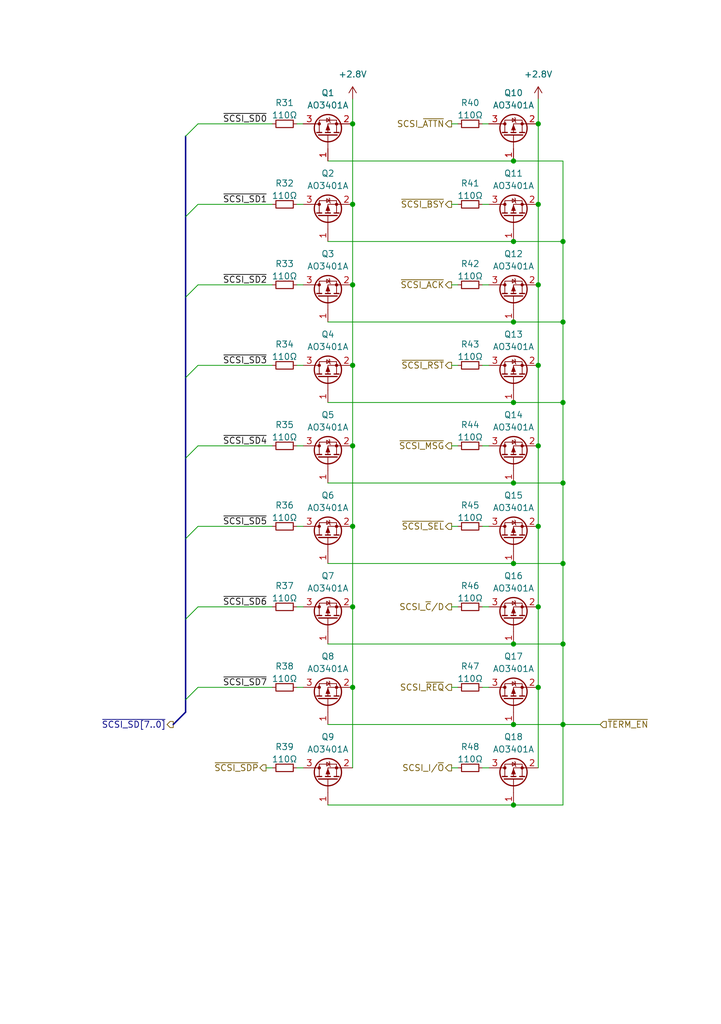
<source format=kicad_sch>
(kicad_sch (version 20250114) (generator "eeschema") (generator_version "9.0")
  (paper "A5" portrait)
  (title_block (title "GBSCSI2 Common Platform - Termination, Narrow") (date "2026-02-01") (rev "2.0") (comment 1 "Drawn by George R. M."))
  (lib_symbols
    (symbol "Device:R_Small" (pin_numbers (hide yes)) (pin_names (offset 0.254) (hide yes))
      (property "Reference" "R" (at 0 0 90))
      (property "Value" "R_Small" (at 1.778 0 90))
      (symbol "R_Small_0_1"
        (rectangle (start -0.762 1.778) (end 0.762 -1.778) (stroke (width 0.2032)))
      )
      (symbol "R_Small_1_1"
        (pin passive line (at 0 2.54 270) (length 0.762) (name "~") (number "1"))
        (pin passive line (at 0 -2.54 90) (length 0.762) (name "~") (number "2"))
      )
    )
    (symbol "Transistor_FET:AO3401A" (pin_names (hide yes))
      (property "Reference" "Q" (at 5.08 1.905 0))
      (property "Value" "AO3401A" (at 5.08 0 0))
      (symbol "AO3401A_0_1"
        (polyline (pts (xy 0.254 1.905) (xy 0.254 -1.905)) (stroke (width 0.254)))
        (polyline (pts (xy 0.254 0) (xy -2.54 0)))
        (polyline (pts (xy 0.762 2.286) (xy 0.762 1.27)) (stroke (width 0.254)))
        (polyline (pts (xy 0.762 1.778) (xy 3.302 1.778) (xy 3.302 -1.778) (xy 0.762 -1.778)))
        (polyline (pts (xy 0.762 0.508) (xy 0.762 -0.508)) (stroke (width 0.254)))
        (polyline (pts (xy 0.762 -1.27) (xy 0.762 -2.286)) (stroke (width 0.254)))
        (circle (center 1.651 0) (radius 2.794) (stroke (width 0.254)))
        (polyline (pts (xy 2.286 0) (xy 1.27 0.381) (xy 1.27 -0.381) (xy 2.286 0)) (fill (type outline)))
        (polyline (pts (xy 2.54 2.54) (xy 2.54 1.778)))
        (circle (center 2.54 1.778) (radius 0.254) (fill (type outline)))
        (circle (center 2.54 -1.778) (radius 0.254) (fill (type outline)))
        (polyline (pts (xy 2.54 -2.54) (xy 2.54 0) (xy 0.762 0)))
        (polyline (pts (xy 2.794 -0.508) (xy 2.921 -0.381) (xy 3.683 -0.381) (xy 3.81 -0.254)))
        (polyline (pts (xy 3.302 -0.381) (xy 2.921 0.254) (xy 3.683 0.254) (xy 3.302 -0.381)))
      )
      (symbol "AO3401A_1_1"
        (pin input line (at -5.08 0 0) (length 2.54) (name "G") (number "1"))
        (pin passive line (at 2.54 5.08 270) (length 2.54) (name "D") (number "3"))
        (pin passive line (at 2.54 -5.08 90) (length 2.54) (name "S") (number "2"))
      )
    )
    (symbol "power:+2V8" (power) (pin_names (offset 0))
      (property "Value" "+2V8" (at 0 3.556 0))
      (symbol "+2V8_0_1"
        (polyline (pts (xy -0.762 1.27) (xy 0 2.54)))
        (polyline (pts (xy 0 2.54) (xy 0.762 1.27)))
        (polyline (pts (xy 0 0) (xy 0 2.54)))
      )
      (symbol "+2V8_1_1"
        (pin power_in line (at 0 0 90) (length 0) (hide yes) (name "+2V8") (number "1"))
      )
    )
  )
  (junction (at 105.41 165.1))
  (junction (at 72.39 107.95))
  (junction (at 105.41 66.04))
  (junction (at 72.39 74.93))
  (junction (at 115.57 82.55))
  (junction (at 72.39 25.4))
  (junction (at 105.41 148.59))
  (junction (at 105.41 115.57))
  (junction (at 110.49 25.4))
  (junction (at 115.57 99.06))
  (junction (at 110.49 74.93))
  (junction (at 110.49 41.91))
  (junction (at 110.49 91.44))
  (junction (at 115.57 148.59))
  (junction (at 105.41 99.06))
  (junction (at 72.39 124.46))
  (junction (at 105.41 132.08))
  (junction (at 72.39 41.91))
  (junction (at 105.41 33.02))
  (junction (at 110.49 140.97))
  (junction (at 110.49 107.95))
  (junction (at 72.39 58.42))
  (junction (at 115.57 66.04))
  (junction (at 110.49 58.42))
  (junction (at 115.57 49.53))
  (junction (at 115.57 132.08))
  (junction (at 72.39 140.97))
  (junction (at 105.41 49.53))
  (junction (at 110.49 124.46))
  (junction (at 72.39 91.44))
  (junction (at 105.41 82.55))
  (junction (at 115.57 115.57))
  (bus_entry (at 40.64 107.95) (size -2.54 2.54))
  (bus_entry (at 40.64 25.4) (size -2.54 2.54))
  (bus_entry (at 40.64 140.97) (size -2.54 2.54))
  (bus_entry (at 40.64 41.91) (size -2.54 2.54))
  (bus_entry (at 40.64 91.44) (size -2.54 2.54))
  (bus_entry (at 40.64 58.42) (size -2.54 2.54))
  (bus_entry (at 40.64 74.93) (size -2.54 2.54))
  (bus_entry (at 40.64 124.46) (size -2.54 2.54))
  (wire (pts (xy 115.57 33.02) (xy 115.57 49.53)))
  (wire (pts (xy 60.96 140.97) (xy 62.23 140.97)))
  (wire (pts (xy 105.41 115.57) (xy 115.57 115.57)))
  (wire (pts (xy 99.06 124.46) (xy 100.33 124.46)))
  (wire (pts (xy 99.06 91.44) (xy 100.33 91.44)))
  (wire (pts (xy 99.06 140.97) (xy 100.33 140.97)))
  (wire (pts (xy 105.41 33.02) (xy 115.57 33.02)))
  (wire (pts (xy 72.39 107.95) (xy 72.39 124.46)))
  (wire (pts (xy 93.98 25.4) (xy 92.71 25.4)))
  (wire (pts (xy 55.88 41.91) (xy 40.64 41.91)))
  (wire (pts (xy 55.88 157.48) (xy 54.61 157.48)))
  (wire (pts (xy 99.06 107.95) (xy 100.33 107.95)))
  (wire (pts (xy 55.88 74.93) (xy 40.64 74.93)))
  (wire (pts (xy 55.88 58.42) (xy 40.64 58.42)))
  (bus (pts (xy 38.1 143.51) (xy 38.1 146.05)))
  (wire (pts (xy 60.96 157.48) (xy 62.23 157.48)))
  (wire (pts (xy 60.96 41.91) (xy 62.23 41.91)))
  (wire (pts (xy 93.98 124.46) (xy 92.71 124.46)))
  (wire (pts (xy 93.98 41.91) (xy 92.71 41.91)))
  (wire (pts (xy 72.39 41.91) (xy 72.39 58.42)))
  (wire (pts (xy 55.88 91.44) (xy 40.64 91.44)))
  (wire (pts (xy 55.88 107.95) (xy 40.64 107.95)))
  (wire (pts (xy 72.39 58.42) (xy 72.39 74.93)))
  (wire (pts (xy 99.06 25.4) (xy 100.33 25.4)))
  (wire (pts (xy 72.39 20.32) (xy 72.39 25.4)))
  (wire (pts (xy 67.31 165.1) (xy 105.41 165.1)))
  (wire (pts (xy 99.06 74.93) (xy 100.33 74.93)))
  (wire (pts (xy 67.31 115.57) (xy 105.41 115.57)))
  (wire (pts (xy 60.96 91.44) (xy 62.23 91.44)))
  (wire (pts (xy 115.57 132.08) (xy 115.57 148.59)))
  (bus (pts (xy 38.1 44.45) (xy 38.1 60.96)))
  (wire (pts (xy 105.41 99.06) (xy 115.57 99.06)))
  (wire (pts (xy 60.96 58.42) (xy 62.23 58.42)))
  (wire (pts (xy 115.57 115.57) (xy 115.57 132.08)))
  (wire (pts (xy 110.49 74.93) (xy 110.49 91.44)))
  (wire (pts (xy 115.57 99.06) (xy 115.57 115.57)))
  (wire (pts (xy 72.39 140.97) (xy 72.39 157.48)))
  (wire (pts (xy 105.41 165.1) (xy 115.57 165.1)))
  (wire (pts (xy 99.06 58.42) (xy 100.33 58.42)))
  (wire (pts (xy 67.31 132.08) (xy 105.41 132.08)))
  (wire (pts (xy 115.57 66.04) (xy 115.57 82.55)))
  (wire (pts (xy 55.88 124.46) (xy 40.64 124.46)))
  (bus (pts (xy 38.1 127) (xy 38.1 143.51)))
  (wire (pts (xy 67.31 33.02) (xy 105.41 33.02)))
  (wire (pts (xy 67.31 99.06) (xy 105.41 99.06)))
  (wire (pts (xy 115.57 49.53) (xy 115.57 66.04)))
  (wire (pts (xy 55.88 140.97) (xy 40.64 140.97)))
  (wire (pts (xy 110.49 41.91) (xy 110.49 58.42)))
  (wire (pts (xy 105.41 132.08) (xy 115.57 132.08)))
  (wire (pts (xy 99.06 41.91) (xy 100.33 41.91)))
  (wire (pts (xy 110.49 91.44) (xy 110.49 107.95)))
  (wire (pts (xy 115.57 148.59) (xy 123.19 148.59)))
  (wire (pts (xy 105.41 82.55) (xy 115.57 82.55)))
  (wire (pts (xy 110.49 58.42) (xy 110.49 74.93)))
  (wire (pts (xy 60.96 74.93) (xy 62.23 74.93)))
  (bus (pts (xy 38.1 77.47) (xy 38.1 93.98)))
  (wire (pts (xy 55.88 25.4) (xy 40.64 25.4)))
  (wire (pts (xy 110.49 20.32) (xy 110.49 25.4)))
  (wire (pts (xy 110.49 25.4) (xy 110.49 41.91)))
  (wire (pts (xy 115.57 82.55) (xy 115.57 99.06)))
  (wire (pts (xy 60.96 124.46) (xy 62.23 124.46)))
  (wire (pts (xy 93.98 107.95) (xy 92.71 107.95)))
  (wire (pts (xy 72.39 25.4) (xy 72.39 41.91)))
  (bus (pts (xy 38.1 60.96) (xy 38.1 77.47)))
  (wire (pts (xy 93.98 157.48) (xy 92.71 157.48)))
  (wire (pts (xy 93.98 74.93) (xy 92.71 74.93)))
  (wire (pts (xy 67.31 49.53) (xy 105.41 49.53)))
  (wire (pts (xy 110.49 124.46) (xy 110.49 140.97)))
  (bus (pts (xy 38.1 110.49) (xy 38.1 127)))
  (wire (pts (xy 105.41 66.04) (xy 115.57 66.04)))
  (wire (pts (xy 105.41 49.53) (xy 115.57 49.53)))
  (wire (pts (xy 72.39 74.93) (xy 72.39 91.44)))
  (wire (pts (xy 115.57 148.59) (xy 115.57 165.1)))
  (wire (pts (xy 67.31 66.04) (xy 105.41 66.04)))
  (bus (pts (xy 35.56 148.59) (xy 38.1 146.05)))
  (wire (pts (xy 110.49 140.97) (xy 110.49 157.48)))
  (wire (pts (xy 67.31 82.55) (xy 105.41 82.55)))
  (wire (pts (xy 72.39 91.44) (xy 72.39 107.95)))
  (wire (pts (xy 99.06 157.48) (xy 100.33 157.48)))
  (bus (pts (xy 38.1 93.98) (xy 38.1 110.49)))
  (wire (pts (xy 60.96 25.4) (xy 62.23 25.4)))
  (wire (pts (xy 110.49 107.95) (xy 110.49 124.46)))
  (wire (pts (xy 93.98 91.44) (xy 92.71 91.44)))
  (wire (pts (xy 105.41 148.59) (xy 115.57 148.59)))
  (wire (pts (xy 67.31 148.59) (xy 105.41 148.59)))
  (wire (pts (xy 60.96 107.95) (xy 62.23 107.95)))
  (bus (pts (xy 38.1 27.94) (xy 38.1 44.45)))
  (wire (pts (xy 72.39 124.46) (xy 72.39 140.97)))
  (wire (pts (xy 93.98 140.97) (xy 92.71 140.97)))
  (wire (pts (xy 93.98 58.42) (xy 92.71 58.42)))
  (label "~{SCSI_SD0}" (at 45.72 25.4 0))
  (label "~{SCSI_SD6}" (at 45.72 124.46 0))
  (label "~{SCSI_SD7}" (at 45.72 140.97 0))
  (label "~{SCSI_SD4}" (at 45.72 91.44 0))
  (label "~{SCSI_SD2}" (at 45.72 58.42 0))
  (label "~{SCSI_SD5}" (at 45.72 107.95 0))
  (label "~{SCSI_SD1}" (at 45.72 41.91 0))
  (label "~{SCSI_SD3}" (at 45.72 74.93 0))
  (hierarchical_label "SCSI_~{C}{slash}D" (shape output) (at 92.71 124.46 180))
  (hierarchical_label "~{SCSI_SD[7..0]}" (shape output) (at 35.56 148.59 180))
  (hierarchical_label "~{SCSI_SEL}" (shape output) (at 92.71 107.95 180))
  (hierarchical_label "SCSI_~{ATTN}" (shape output) (at 92.71 25.4 180))
  (hierarchical_label "SCSI_I{slash}~{O}" (shape output) (at 92.71 157.48 180))
  (hierarchical_label "~{SCSI_RST}" (shape output) (at 92.71 74.93 180))
  (hierarchical_label "~{SCSI_MSG}" (shape output) (at 92.71 91.44 180))
  (hierarchical_label "SCSI_~{REQ}" (shape output) (at 92.71 140.97 180))
  (hierarchical_label "~{SCSI_ACK}" (shape output) (at 92.71 58.42 180))
  (hierarchical_label "~{SCSI_BSY}" (shape output) (at 92.71 41.91 180))
  (hierarchical_label "~{TERM_EN}" (shape input) (at 123.19 148.59 0))
  (hierarchical_label "~{SCSI_SDP}" (shape output) (at 54.61 157.48 180))
  (symbol (lib_id "Device:R_Small") (at 58.42 157.48 90) (unit 1)
    (property "Reference" "R39" (at 58.42 153.162 90))
    (property "Value" "110Ω" (at 58.42 155.702 90))
    (property "Footprint" "Resistor_SMD:R_0603_1608Metric" (effects (hide yes)))
    (property "LCSC" "C22781" (effects (hide yes)))
    (property "LCSC Part #" "C22781" (effects (hide yes)))
  )
  (symbol (lib_id "Transistor_FET:AO3401A") (at 105.41 27.94 90) (unit 1)
    (property "Reference" "Q10" (at 105.41 19.05 90))
    (property "Value" "AO3401A" (at 105.41 21.59 90))
    (property "Footprint" "Package_TO_SOT_SMD:SOT-23" (effects (hide yes)))
    (property "Datasheet" "http://www.aosmd.com/pdfs/datasheet/AO3401A.pdf" (effects (hide yes)))
    (property "LCSC" "C15127" (effects (hide yes)))
    (property "LCSC Part #" "C15127" (effects (hide yes)))
  )
  (symbol (lib_id "Device:R_Small") (at 58.42 91.44 90) (unit 1)
    (property "Reference" "R35" (at 58.42 87.122 90))
    (property "Value" "110Ω" (at 58.42 89.662 90))
    (property "Footprint" "Resistor_SMD:R_0603_1608Metric" (effects (hide yes)))
    (property "LCSC" "C22781" (effects (hide yes)))
    (property "LCSC Part #" "C22781" (effects (hide yes)))
  )
  (symbol (lib_id "Transistor_FET:AO3401A") (at 105.41 127 90) (unit 1)
    (property "Reference" "Q16" (at 105.41 118.11 90))
    (property "Value" "AO3401A" (at 105.41 120.65 90))
    (property "Footprint" "Package_TO_SOT_SMD:SOT-23" (effects (hide yes)))
    (property "Datasheet" "http://www.aosmd.com/pdfs/datasheet/AO3401A.pdf" (effects (hide yes)))
    (property "LCSC" "C15127" (effects (hide yes)))
    (property "LCSC Part #" "C15127" (effects (hide yes)))
  )
  (symbol (lib_id "Transistor_FET:AO3401A") (at 67.31 110.49 90) (unit 1)
    (property "Reference" "Q6" (at 67.31 101.6 90))
    (property "Value" "AO3401A" (at 67.31 104.14 90))
    (property "Footprint" "Package_TO_SOT_SMD:SOT-23" (effects (hide yes)))
    (property "Datasheet" "http://www.aosmd.com/pdfs/datasheet/AO3401A.pdf" (effects (hide yes)))
    (property "LCSC" "C15127" (effects (hide yes)))
    (property "LCSC Part #" "C15127" (effects (hide yes)))
  )
  (symbol (lib_id "power:+2V8") (at 72.39 20.32 0) (unit 1)
    (property "Reference" "#PWR071" (effects (hide yes)))
    (property "Value" "+2.8V" (at 72.39 15.24 0))
  )
  (symbol (lib_id "Transistor_FET:AO3401A") (at 105.41 60.96 90) (unit 1)
    (property "Reference" "Q12" (at 105.41 52.07 90))
    (property "Value" "AO3401A" (at 105.41 54.61 90))
    (property "Footprint" "Package_TO_SOT_SMD:SOT-23" (effects (hide yes)))
    (property "Datasheet" "http://www.aosmd.com/pdfs/datasheet/AO3401A.pdf" (effects (hide yes)))
    (property "LCSC" "C15127" (effects (hide yes)))
    (property "LCSC Part #" "C15127" (effects (hide yes)))
  )
  (symbol (lib_id "Device:R_Small") (at 96.52 157.48 90) (unit 1)
    (property "Reference" "R48" (at 96.52 153.162 90))
    (property "Value" "110Ω" (at 96.52 155.702 90))
    (property "Footprint" "Resistor_SMD:R_0603_1608Metric" (effects (hide yes)))
    (property "LCSC" "C22781" (effects (hide yes)))
    (property "LCSC Part #" "C22781" (effects (hide yes)))
  )
  (symbol (lib_id "Device:R_Small") (at 96.52 107.95 90) (unit 1)
    (property "Reference" "R45" (at 96.52 103.632 90))
    (property "Value" "110Ω" (at 96.52 106.172 90))
    (property "Footprint" "Resistor_SMD:R_0603_1608Metric" (effects (hide yes)))
    (property "LCSC" "C22781" (effects (hide yes)))
    (property "LCSC Part #" "C22781" (effects (hide yes)))
  )
  (symbol (lib_id "Device:R_Small") (at 58.42 41.91 90) (unit 1)
    (property "Reference" "R32" (at 58.42 37.592 90))
    (property "Value" "110Ω" (at 58.42 40.132 90))
    (property "Footprint" "Resistor_SMD:R_0603_1608Metric" (effects (hide yes)))
    (property "LCSC" "C22781" (effects (hide yes)))
    (property "LCSC Part #" "C22781" (effects (hide yes)))
  )
  (symbol (lib_id "Device:R_Small") (at 96.52 74.93 90) (unit 1)
    (property "Reference" "R43" (at 96.52 70.612 90))
    (property "Value" "110Ω" (at 96.52 73.152 90))
    (property "Footprint" "Resistor_SMD:R_0603_1608Metric" (effects (hide yes)))
    (property "LCSC" "C22781" (effects (hide yes)))
    (property "LCSC Part #" "C22781" (effects (hide yes)))
  )
  (symbol (lib_id "Transistor_FET:AO3401A") (at 105.41 93.98 90) (unit 1)
    (property "Reference" "Q14" (at 105.41 85.09 90))
    (property "Value" "AO3401A" (at 105.41 87.63 90))
    (property "Footprint" "Package_TO_SOT_SMD:SOT-23" (effects (hide yes)))
    (property "Datasheet" "http://www.aosmd.com/pdfs/datasheet/AO3401A.pdf" (effects (hide yes)))
    (property "LCSC" "C15127" (effects (hide yes)))
    (property "LCSC Part #" "C15127" (effects (hide yes)))
  )
  (symbol (lib_id "Transistor_FET:AO3401A") (at 67.31 60.96 90) (unit 1)
    (property "Reference" "Q3" (at 67.31 52.07 90))
    (property "Value" "AO3401A" (at 67.31 54.61 90))
    (property "Footprint" "Package_TO_SOT_SMD:SOT-23" (effects (hide yes)))
    (property "Datasheet" "http://www.aosmd.com/pdfs/datasheet/AO3401A.pdf" (effects (hide yes)))
    (property "LCSC" "C15127" (effects (hide yes)))
    (property "LCSC Part #" "C15127" (effects (hide yes)))
  )
  (symbol (lib_id "Device:R_Small") (at 58.42 124.46 90) (unit 1)
    (property "Reference" "R37" (at 58.42 120.142 90))
    (property "Value" "110Ω" (at 58.42 122.682 90))
    (property "Footprint" "Resistor_SMD:R_0603_1608Metric" (effects (hide yes)))
    (property "LCSC" "C22781" (effects (hide yes)))
    (property "LCSC Part #" "C22781" (effects (hide yes)))
  )
  (symbol (lib_id "Device:R_Small") (at 58.42 58.42 90) (unit 1)
    (property "Reference" "R33" (at 58.42 54.102 90))
    (property "Value" "110Ω" (at 58.42 56.642 90))
    (property "Footprint" "Resistor_SMD:R_0603_1608Metric" (effects (hide yes)))
    (property "LCSC" "C22781" (effects (hide yes)))
    (property "LCSC Part #" "C22781" (effects (hide yes)))
  )
  (symbol (lib_id "power:+2V8") (at 110.49 20.32 0) (unit 1)
    (property "Reference" "#PWR072" (effects (hide yes)))
    (property "Value" "+2.8V" (at 110.49 15.24 0))
  )
  (symbol (lib_id "Transistor_FET:AO3401A") (at 105.41 160.02 90) (unit 1)
    (property "Reference" "Q18" (at 105.41 151.13 90))
    (property "Value" "AO3401A" (at 105.41 153.67 90))
    (property "Footprint" "Package_TO_SOT_SMD:SOT-23" (effects (hide yes)))
    (property "Datasheet" "http://www.aosmd.com/pdfs/datasheet/AO3401A.pdf" (effects (hide yes)))
    (property "LCSC" "C15127" (effects (hide yes)))
    (property "LCSC Part #" "C15127" (effects (hide yes)))
  )
  (symbol (lib_id "Device:R_Small") (at 58.42 74.93 90) (unit 1)
    (property "Reference" "R34" (at 58.42 70.612 90))
    (property "Value" "110Ω" (at 58.42 73.152 90))
    (property "Footprint" "Resistor_SMD:R_0603_1608Metric" (effects (hide yes)))
    (property "LCSC" "C22781" (effects (hide yes)))
    (property "LCSC Part #" "C22781" (effects (hide yes)))
  )
  (symbol (lib_id "Transistor_FET:AO3401A") (at 67.31 93.98 90) (unit 1)
    (property "Reference" "Q5" (at 67.31 85.09 90))
    (property "Value" "AO3401A" (at 67.31 87.63 90))
    (property "Footprint" "Package_TO_SOT_SMD:SOT-23" (effects (hide yes)))
    (property "Datasheet" "http://www.aosmd.com/pdfs/datasheet/AO3401A.pdf" (effects (hide yes)))
    (property "LCSC" "C15127" (effects (hide yes)))
    (property "LCSC Part #" "C15127" (effects (hide yes)))
  )
  (symbol (lib_id "Transistor_FET:AO3401A") (at 105.41 143.51 90) (unit 1)
    (property "Reference" "Q17" (at 105.41 134.62 90))
    (property "Value" "AO3401A" (at 105.41 137.16 90))
    (property "Footprint" "Package_TO_SOT_SMD:SOT-23" (effects (hide yes)))
    (property "Datasheet" "http://www.aosmd.com/pdfs/datasheet/AO3401A.pdf" (effects (hide yes)))
    (property "LCSC" "C15127" (effects (hide yes)))
    (property "LCSC Part #" "C15127" (effects (hide yes)))
  )
  (symbol (lib_id "Transistor_FET:AO3401A") (at 67.31 77.47 90) (unit 1)
    (property "Reference" "Q4" (at 67.31 68.58 90))
    (property "Value" "AO3401A" (at 67.31 71.12 90))
    (property "Footprint" "Package_TO_SOT_SMD:SOT-23" (effects (hide yes)))
    (property "Datasheet" "http://www.aosmd.com/pdfs/datasheet/AO3401A.pdf" (effects (hide yes)))
    (property "LCSC" "C15127" (effects (hide yes)))
    (property "LCSC Part #" "C15127" (effects (hide yes)))
  )
  (symbol (lib_id "Device:R_Small") (at 96.52 91.44 90) (unit 1)
    (property "Reference" "R44" (at 96.52 87.122 90))
    (property "Value" "110Ω" (at 96.52 89.662 90))
    (property "Footprint" "Resistor_SMD:R_0603_1608Metric" (effects (hide yes)))
    (property "LCSC" "C22781" (effects (hide yes)))
    (property "LCSC Part #" "C22781" (effects (hide yes)))
  )
  (symbol (lib_id "Device:R_Small") (at 96.52 140.97 90) (unit 1)
    (property "Reference" "R47" (at 96.52 136.652 90))
    (property "Value" "110Ω" (at 96.52 139.192 90))
    (property "Footprint" "Resistor_SMD:R_0603_1608Metric" (effects (hide yes)))
    (property "LCSC" "C22781" (effects (hide yes)))
    (property "LCSC Part #" "C22781" (effects (hide yes)))
  )
  (symbol (lib_id "Device:R_Small") (at 96.52 25.4 90) (unit 1)
    (property "Reference" "R40" (at 96.52 21.082 90))
    (property "Value" "110Ω" (at 96.52 23.622 90))
    (property "Footprint" "Resistor_SMD:R_0603_1608Metric" (effects (hide yes)))
    (property "LCSC" "C22781" (effects (hide yes)))
    (property "LCSC Part #" "C22781" (effects (hide yes)))
  )
  (symbol (lib_id "Device:R_Small") (at 58.42 140.97 90) (unit 1)
    (property "Reference" "R38" (at 58.42 136.652 90))
    (property "Value" "110Ω" (at 58.42 139.192 90))
    (property "Footprint" "Resistor_SMD:R_0603_1608Metric" (effects (hide yes)))
    (property "LCSC" "C22781" (effects (hide yes)))
    (property "LCSC Part #" "C22781" (effects (hide yes)))
  )
  (symbol (lib_id "Transistor_FET:AO3401A") (at 67.31 143.51 90) (unit 1)
    (property "Reference" "Q8" (at 67.31 134.62 90))
    (property "Value" "AO3401A" (at 67.31 137.16 90))
    (property "Footprint" "Package_TO_SOT_SMD:SOT-23" (effects (hide yes)))
    (property "Datasheet" "http://www.aosmd.com/pdfs/datasheet/AO3401A.pdf" (effects (hide yes)))
    (property "LCSC" "C15127" (effects (hide yes)))
    (property "LCSC Part #" "C15127" (effects (hide yes)))
  )
  (symbol (lib_id "Transistor_FET:AO3401A") (at 105.41 110.49 90) (unit 1)
    (property "Reference" "Q15" (at 105.41 101.6 90))
    (property "Value" "AO3401A" (at 105.41 104.14 90))
    (property "Footprint" "Package_TO_SOT_SMD:SOT-23" (effects (hide yes)))
    (property "Datasheet" "http://www.aosmd.com/pdfs/datasheet/AO3401A.pdf" (effects (hide yes)))
    (property "LCSC" "C15127" (effects (hide yes)))
    (property "LCSC Part #" "C15127" (effects (hide yes)))
  )
  (symbol (lib_id "Device:R_Small") (at 58.42 107.95 90) (unit 1)
    (property "Reference" "R36" (at 58.42 103.632 90))
    (property "Value" "110Ω" (at 58.42 106.172 90))
    (property "Footprint" "Resistor_SMD:R_0603_1608Metric" (effects (hide yes)))
    (property "LCSC" "C22781" (effects (hide yes)))
    (property "LCSC Part #" "C22781" (effects (hide yes)))
  )
  (symbol (lib_id "Transistor_FET:AO3401A") (at 67.31 160.02 90) (unit 1)
    (property "Reference" "Q9" (at 67.31 151.13 90))
    (property "Value" "AO3401A" (at 67.31 153.67 90))
    (property "Footprint" "Package_TO_SOT_SMD:SOT-23" (effects (hide yes)))
    (property "Datasheet" "http://www.aosmd.com/pdfs/datasheet/AO3401A.pdf" (effects (hide yes)))
    (property "LCSC" "C15127" (effects (hide yes)))
    (property "LCSC Part #" "C15127" (effects (hide yes)))
  )
  (symbol (lib_id "Device:R_Small") (at 58.42 25.4 90) (unit 1)
    (property "Reference" "R31" (at 58.42 21.082 90))
    (property "Value" "110Ω" (at 58.42 23.622 90))
    (property "Footprint" "Resistor_SMD:R_0603_1608Metric" (effects (hide yes)))
    (property "LCSC" "C22781" (effects (hide yes)))
    (property "LCSC Part #" "C22781" (effects (hide yes)))
  )
  (symbol (lib_id "Transistor_FET:AO3401A") (at 67.31 127 90) (unit 1)
    (property "Reference" "Q7" (at 67.31 118.11 90))
    (property "Value" "AO3401A" (at 67.31 120.65 90))
    (property "Footprint" "Package_TO_SOT_SMD:SOT-23" (effects (hide yes)))
    (property "Datasheet" "http://www.aosmd.com/pdfs/datasheet/AO3401A.pdf" (effects (hide yes)))
    (property "LCSC" "C15127" (effects (hide yes)))
    (property "LCSC Part #" "C15127" (effects (hide yes)))
  )
  (symbol (lib_id "Device:R_Small") (at 96.52 41.91 90) (unit 1)
    (property "Reference" "R41" (at 96.52 37.592 90))
    (property "Value" "110Ω" (at 96.52 40.132 90))
    (property "Footprint" "Resistor_SMD:R_0603_1608Metric" (effects (hide yes)))
    (property "LCSC" "C22781" (effects (hide yes)))
    (property "LCSC Part #" "C22781" (effects (hide yes)))
  )
  (symbol (lib_id "Device:R_Small") (at 96.52 58.42 90) (unit 1)
    (property "Reference" "R42" (at 96.52 54.102 90))
    (property "Value" "110Ω" (at 96.52 56.642 90))
    (property "Footprint" "Resistor_SMD:R_0603_1608Metric" (effects (hide yes)))
    (property "LCSC" "C22781" (effects (hide yes)))
    (property "LCSC Part #" "C22781" (effects (hide yes)))
  )
  (symbol (lib_id "Transistor_FET:AO3401A") (at 67.31 44.45 90) (unit 1)
    (property "Reference" "Q2" (at 67.31 35.56 90))
    (property "Value" "AO3401A" (at 67.31 38.1 90))
    (property "Footprint" "Package_TO_SOT_SMD:SOT-23" (effects (hide yes)))
    (property "Datasheet" "http://www.aosmd.com/pdfs/datasheet/AO3401A.pdf" (effects (hide yes)))
    (property "LCSC" "C15127" (effects (hide yes)))
    (property "LCSC Part #" "C15127" (effects (hide yes)))
  )
  (symbol (lib_id "Transistor_FET:AO3401A") (at 67.31 27.94 90) (unit 1)
    (property "Reference" "Q1" (at 67.31 19.05 90))
    (property "Value" "AO3401A" (at 67.31 21.59 90))
    (property "Footprint" "Package_TO_SOT_SMD:SOT-23" (effects (hide yes)))
    (property "Datasheet" "http://www.aosmd.com/pdfs/datasheet/AO3401A.pdf" (effects (hide yes)))
    (property "LCSC" "C15127" (effects (hide yes)))
    (property "LCSC Part #" "C15127" (effects (hide yes)))
  )
  (symbol (lib_id "Transistor_FET:AO3401A") (at 105.41 77.47 90) (unit 1)
    (property "Reference" "Q13" (at 105.41 68.58 90))
    (property "Value" "AO3401A" (at 105.41 71.12 90))
    (property "Footprint" "Package_TO_SOT_SMD:SOT-23" (effects (hide yes)))
    (property "Datasheet" "http://www.aosmd.com/pdfs/datasheet/AO3401A.pdf" (effects (hide yes)))
    (property "LCSC" "C15127" (effects (hide yes)))
    (property "LCSC Part #" "C15127" (effects (hide yes)))
  )
  (symbol (lib_id "Transistor_FET:AO3401A") (at 105.41 44.45 90) (unit 1)
    (property "Reference" "Q11" (at 105.41 35.56 90))
    (property "Value" "AO3401A" (at 105.41 38.1 90))
    (property "Footprint" "Package_TO_SOT_SMD:SOT-23" (effects (hide yes)))
    (property "Datasheet" "http://www.aosmd.com/pdfs/datasheet/AO3401A.pdf" (effects (hide yes)))
    (property "LCSC" "C15127" (effects (hide yes)))
    (property "LCSC Part #" "C15127" (effects (hide yes)))
  )
  (symbol (lib_id "Device:R_Small") (at 96.52 124.46 90) (unit 1)
    (property "Reference" "R46" (at 96.52 120.142 90))
    (property "Value" "110Ω" (at 96.52 122.682 90))
    (property "Footprint" "Resistor_SMD:R_0603_1608Metric" (effects (hide yes)))
    (property "LCSC" "C22781" (effects (hide yes)))
    (property "LCSC Part #" "C22781" (effects (hide yes)))
  )
)
</source>
